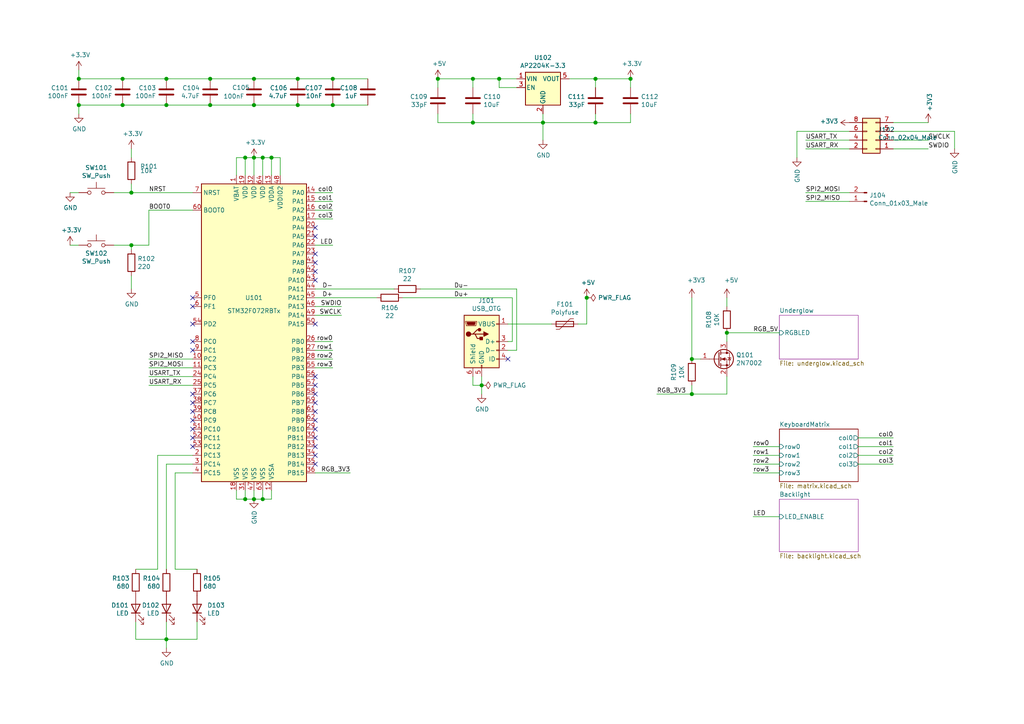
<source format=kicad_sch>
(kicad_sch (version 20211123) (generator eeschema)
  (paper "A4")
  (title_block (title "ValKey") (date "2018-03-18"))
  (lib_symbols
    (symbol "Connector:Conn_01x02_Male" (pin_names (offset 1.016) hide)
      (property "Reference" "J" (at 0 2.54 0))
      (property "Value" "Conn_01x02_Male" (at 0 -5.08 0))
      (symbol "Conn_01x02_Male_1_1"
        (polyline (pts (xy 1.27 -2.54) (xy 0.8636 -2.54)) (stroke (width 0.1524)))
        (polyline (pts (xy 1.27 0) (xy 0.8636 0)) (stroke (width 0.1524)))
        (rectangle (start 0.8636 -2.413) (end 0 -2.667) (stroke (width 0.1524)) (fill (type outline)))
        (rectangle (start 0.8636 0.127) (end 0 -0.127) (stroke (width 0.1524)) (fill (type outline)))
        (pin passive line (at 5.08 0 180) (length 3.81) (name "Pin_1") (number "1"))
        (pin passive line (at 5.08 -2.54 180) (length 3.81) (name "Pin_2") (number "2"))
      )
    )
    (symbol "Connector:USB_OTG" (pin_names (offset 1.016))
      (property "Reference" "J" (at -5.08 11.43 0))
      (property "Value" "USB_OTG" (at -5.08 8.89 0))
      (symbol "USB_OTG_0_1"
        (rectangle (start -5.08 -7.62) (end 5.08 7.62) (stroke (width 0.254)) (fill (type background)))
        (circle (center -3.81 2.159) (radius 0.635) (stroke (width 0.254)) (fill (type outline)))
        (circle (center -0.635 3.429) (radius 0.381) (stroke (width 0.254)) (fill (type outline)))
        (rectangle (start -0.127 -7.62) (end 0.127 -6.858))
        (polyline (pts (xy -1.905 2.159) (xy 0.635 2.159)) (stroke (width 0.254)))
        (polyline (pts (xy -3.175 2.159) (xy -2.54 2.159) (xy -1.27 3.429) (xy -0.635 3.429)) (stroke (width 0.254)))
        (polyline (pts (xy -2.54 2.159) (xy -1.905 2.159) (xy -1.27 0.889) (xy 0 0.889)) (stroke (width 0.254)))
        (polyline (pts (xy 0.635 2.794) (xy 0.635 1.524) (xy 1.905 2.159) (xy 0.635 2.794)) (stroke (width 0.254)) (fill (type outline)))
        (polyline (pts (xy -4.318 5.588) (xy -1.778 5.588) (xy -2.032 4.826) (xy -4.064 4.826) (xy -4.318 5.588)) (fill (type outline)))
        (polyline (pts (xy -4.699 5.842) (xy -4.699 5.588) (xy -4.445 4.826) (xy -4.445 4.572) (xy -1.651 4.572) (xy -1.651 4.826) (xy -1.397 5.588) (xy -1.397 5.842) (xy -4.699 5.842)))
        (rectangle (start 0.254 1.27) (end -0.508 0.508) (stroke (width 0.254)) (fill (type outline)))
        (rectangle (start 5.08 -5.207) (end 4.318 -4.953))
        (rectangle (start 5.08 -2.667) (end 4.318 -2.413))
        (rectangle (start 5.08 -0.127) (end 4.318 0.127))
        (rectangle (start 5.08 4.953) (end 4.318 5.207))
      )
      (symbol "USB_OTG_1_1"
        (pin passive line (at 7.62 5.08 180) (length 2.54) (name "VBUS") (number "1"))
        (pin bidirectional line (at 7.62 -2.54 180) (length 2.54) (name "D-") (number "2"))
        (pin bidirectional line (at 7.62 0 180) (length 2.54) (name "D+") (number "3"))
        (pin passive line (at 7.62 -5.08 180) (length 2.54) (name "ID") (number "4"))
        (pin passive line (at 0 -10.16 90) (length 2.54) (name "GND") (number "5"))
        (pin passive line (at -2.54 -10.16 90) (length 2.54) (name "Shield") (number "6"))
      )
    )
    (symbol "Connector_Generic:Conn_02x04_Odd_Even" (pin_names (offset 1.016) hide)
      (property "Reference" "J" (at 1.27 5.08 0))
      (property "Value" "Conn_02x04_Odd_Even" (at 1.27 -7.62 0))
      (symbol "Conn_02x04_Odd_Even_1_1"
        (rectangle (start -1.27 -4.953) (end 0 -5.207) (stroke (width 0.1524)))
        (rectangle (start -1.27 -2.413) (end 0 -2.667) (stroke (width 0.1524)))
        (rectangle (start -1.27 0.127) (end 0 -0.127) (stroke (width 0.1524)))
        (rectangle (start -1.27 2.667) (end 0 2.413) (stroke (width 0.1524)))
        (rectangle (start -1.27 3.81) (end 3.81 -6.35) (stroke (width 0.254)) (fill (type background)))
        (rectangle (start 3.81 -4.953) (end 2.54 -5.207) (stroke (width 0.1524)))
        (rectangle (start 3.81 -2.413) (end 2.54 -2.667) (stroke (width 0.1524)))
        (rectangle (start 3.81 0.127) (end 2.54 -0.127) (stroke (width 0.1524)))
        (rectangle (start 3.81 2.667) (end 2.54 2.413) (stroke (width 0.1524)))
        (pin passive line (at -5.08 2.54 0) (length 3.81) (name "Pin_1") (number "1"))
        (pin passive line (at 7.62 2.54 180) (length 3.81) (name "Pin_2") (number "2"))
        (pin passive line (at -5.08 0 0) (length 3.81) (name "Pin_3") (number "3"))
        (pin passive line (at 7.62 0 180) (length 3.81) (name "Pin_4") (number "4"))
        (pin passive line (at -5.08 -2.54 0) (length 3.81) (name "Pin_5") (number "5"))
        (pin passive line (at 7.62 -2.54 180) (length 3.81) (name "Pin_6") (number "6"))
        (pin passive line (at -5.08 -5.08 0) (length 3.81) (name "Pin_7") (number "7"))
        (pin passive line (at 7.62 -5.08 180) (length 3.81) (name "Pin_8") (number "8"))
      )
    )
    (symbol "Device:C" (pin_numbers hide) (pin_names (offset 0.254))
      (property "Reference" "C" (at 0.635 2.54 0))
      (property "Value" "C" (at 0.635 -2.54 0))
      (symbol "C_0_1"
        (polyline (pts (xy -2.032 -0.762) (xy 2.032 -0.762)) (stroke (width 0.508)))
        (polyline (pts (xy -2.032 0.762) (xy 2.032 0.762)) (stroke (width 0.508)))
      )
      (symbol "C_1_1"
        (pin passive line (at 0 3.81 270) (length 2.794) (name "~") (number "1"))
        (pin passive line (at 0 -3.81 90) (length 2.794) (name "~") (number "2"))
      )
    )
    (symbol "Device:LED" (pin_numbers hide) (pin_names (offset 1.016) hide)
      (property "Reference" "D" (at 0 2.54 0))
      (property "Value" "LED" (at 0 -2.54 0))
      (symbol "LED_0_1"
        (polyline (pts (xy -1.27 -1.27) (xy -1.27 1.27)) (stroke (width 0.254)))
        (polyline (pts (xy -1.27 0) (xy 1.27 0)))
        (polyline (pts (xy 1.27 -1.27) (xy 1.27 1.27) (xy -1.27 0) (xy 1.27 -1.27)) (stroke (width 0.254)))
        (polyline (pts (xy -3.048 -0.762) (xy -4.572 -2.286) (xy -3.81 -2.286) (xy -4.572 -2.286) (xy -4.572 -1.524)))
        (polyline (pts (xy -1.778 -0.762) (xy -3.302 -2.286) (xy -2.54 -2.286) (xy -3.302 -2.286) (xy -3.302 -1.524)))
      )
      (symbol "LED_1_1"
        (pin passive line (at -3.81 0 0) (length 2.54) (name "K") (number "1"))
        (pin passive line (at 3.81 0 180) (length 2.54) (name "A") (number "2"))
      )
    )
    (symbol "Device:Polyfuse" (pin_numbers hide) (pin_names (offset 0))
      (property "Reference" "F" (at -2.54 0 90))
      (property "Value" "Polyfuse" (at 2.54 0 90))
      (symbol "Polyfuse_0_1"
        (rectangle (start -0.762 2.54) (end 0.762 -2.54) (stroke (width 0.254)))
        (polyline (pts (xy 0 2.54) (xy 0 -2.54)))
        (polyline (pts (xy -1.524 2.54) (xy -1.524 1.524) (xy 1.524 -1.524) (xy 1.524 -2.54)))
      )
      (symbol "Polyfuse_1_1"
        (pin passive line (at 0 3.81 270) (length 1.27) (name "~") (number "1"))
        (pin passive line (at 0 -3.81 90) (length 1.27) (name "~") (number "2"))
      )
    )
    (symbol "Device:R" (pin_numbers hide) (pin_names (offset 0))
      (property "Reference" "R" (at 2.032 0 90))
      (property "Value" "R" (at 0 0 90))
      (symbol "R_0_1"
        (rectangle (start -1.016 -2.54) (end 1.016 2.54) (stroke (width 0.254)))
      )
      (symbol "R_1_1"
        (pin passive line (at 0 3.81 270) (length 1.27) (name "~") (number "1"))
        (pin passive line (at 0 -3.81 90) (length 1.27) (name "~") (number "2"))
      )
    )
    (symbol "MCU_ST_STM32F0:STM32F072RBTx"
      (property "Reference" "U" (at -15.24 44.45 0))
      (property "Value" "STM32F072RBTx" (at 10.16 44.45 0))
      (symbol "STM32F072RBTx_0_1"
        (rectangle (start -15.24 -43.18) (end 15.24 43.18) (stroke (width 0.254)) (fill (type background)))
      )
      (symbol "STM32F072RBTx_1_1"
        (pin power_in line (at -5.08 45.72 270) (length 2.54) (name "VBAT") (number "1"))
        (pin bidirectional line (at -17.78 -7.62 0) (length 2.54) (name "PC2") (number "10"))
        (pin bidirectional line (at -17.78 -10.16 0) (length 2.54) (name "PC3") (number "11"))
        (pin power_in line (at 5.08 -45.72 90) (length 2.54) (name "VSSA") (number "12"))
        (pin power_in line (at 5.08 45.72 270) (length 2.54) (name "VDDA") (number "13"))
        (pin bidirectional line (at 17.78 40.64 180) (length 2.54) (name "PA0") (number "14"))
        (pin bidirectional line (at 17.78 38.1 180) (length 2.54) (name "PA1") (number "15"))
        (pin bidirectional line (at 17.78 35.56 180) (length 2.54) (name "PA2") (number "16"))
        (pin bidirectional line (at 17.78 33.02 180) (length 2.54) (name "PA3") (number "17"))
        (pin power_in line (at -5.08 -45.72 90) (length 2.54) (name "VSS") (number "18"))
        (pin power_in line (at -2.54 45.72 270) (length 2.54) (name "VDD") (number "19"))
        (pin bidirectional line (at -17.78 -35.56 0) (length 2.54) (name "PC13") (number "2"))
        (pin bidirectional line (at 17.78 30.48 180) (length 2.54) (name "PA4") (number "20"))
        (pin bidirectional line (at 17.78 27.94 180) (length 2.54) (name "PA5") (number "21"))
        (pin bidirectional line (at 17.78 25.4 180) (length 2.54) (name "PA6") (number "22"))
        (pin bidirectional line (at 17.78 22.86 180) (length 2.54) (name "PA7") (number "23"))
        (pin bidirectional line (at -17.78 -12.7 0) (length 2.54) (name "PC4") (number "24"))
        (pin bidirectional line (at -17.78 -15.24 0) (length 2.54) (name "PC5") (number "25"))
        (pin bidirectional line (at 17.78 -2.54 180) (length 2.54) (name "PB0") (number "26"))
        (pin bidirectional line (at 17.78 -5.08 180) (length 2.54) (name "PB1") (number "27"))
        (pin bidirectional line (at 17.78 -7.62 180) (length 2.54) (name "PB2") (number "28"))
        (pin bidirectional line (at 17.78 -27.94 180) (length 2.54) (name "PB10") (number "29"))
        (pin bidirectional line (at -17.78 -38.1 0) (length 2.54) (name "PC14") (number "3"))
        (pin bidirectional line (at 17.78 -30.48 180) (length 2.54) (name "PB11") (number "30"))
        (pin power_in line (at -2.54 -45.72 90) (length 2.54) (name "VSS") (number "31"))
        (pin power_in line (at 0 45.72 270) (length 2.54) (name "VDD") (number "32"))
        (pin bidirectional line (at 17.78 -33.02 180) (length 2.54) (name "PB12") (number "33"))
        (pin bidirectional line (at 17.78 -35.56 180) (length 2.54) (name "PB13") (number "34"))
        (pin bidirectional line (at 17.78 -38.1 180) (length 2.54) (name "PB14") (number "35"))
        (pin bidirectional line (at 17.78 -40.64 180) (length 2.54) (name "PB15") (number "36"))
        (pin bidirectional line (at -17.78 -17.78 0) (length 2.54) (name "PC6") (number "37"))
        (pin bidirectional line (at -17.78 -20.32 0) (length 2.54) (name "PC7") (number "38"))
        (pin bidirectional line (at -17.78 -22.86 0) (length 2.54) (name "PC8") (number "39"))
        (pin bidirectional line (at -17.78 -40.64 0) (length 2.54) (name "PC15") (number "4"))
        (pin bidirectional line (at -17.78 -25.4 0) (length 2.54) (name "PC9") (number "40"))
        (pin bidirectional line (at 17.78 20.32 180) (length 2.54) (name "PA8") (number "41"))
        (pin bidirectional line (at 17.78 17.78 180) (length 2.54) (name "PA9") (number "42"))
        (pin bidirectional line (at 17.78 15.24 180) (length 2.54) (name "PA10") (number "43"))
        (pin bidirectional line (at 17.78 12.7 180) (length 2.54) (name "PA11") (number "44"))
        (pin bidirectional line (at 17.78 10.16 180) (length 2.54) (name "PA12") (number "45"))
        (pin bidirectional line (at 17.78 7.62 180) (length 2.54) (name "PA13") (number "46"))
        (pin power_in line (at 0 -45.72 90) (length 2.54) (name "VSS") (number "47"))
        (pin power_in line (at 7.62 45.72 270) (length 2.54) (name "VDDIO2") (number "48"))
        (pin bidirectional line (at 17.78 5.08 180) (length 2.54) (name "PA14") (number "49"))
        (pin input line (at -17.78 10.16 0) (length 2.54) (name "PF0") (number "5"))
        (pin bidirectional line (at 17.78 2.54 180) (length 2.54) (name "PA15") (number "50"))
        (pin bidirectional line (at -17.78 -27.94 0) (length 2.54) (name "PC10") (number "51"))
        (pin bidirectional line (at -17.78 -30.48 0) (length 2.54) (name "PC11") (number "52"))
        (pin bidirectional line (at -17.78 -33.02 0) (length 2.54) (name "PC12") (number "53"))
        (pin bidirectional line (at -17.78 2.54 0) (length 2.54) (name "PD2") (number "54"))
        (pin bidirectional line (at 17.78 -10.16 180) (length 2.54) (name "PB3") (number "55"))
        (pin bidirectional line (at 17.78 -12.7 180) (length 2.54) (name "PB4") (number "56"))
        (pin bidirectional line (at 17.78 -15.24 180) (length 2.54) (name "PB5") (number "57"))
        (pin bidirectional line (at 17.78 -17.78 180) (length 2.54) (name "PB6") (number "58"))
        (pin bidirectional line (at 17.78 -20.32 180) (length 2.54) (name "PB7") (number "59"))
        (pin input line (at -17.78 7.62 0) (length 2.54) (name "PF1") (number "6"))
        (pin input line (at -17.78 35.56 0) (length 2.54) (name "BOOT0") (number "60"))
        (pin bidirectional line (at 17.78 -22.86 180) (length 2.54) (name "PB8") (number "61"))
        (pin bidirectional line (at 17.78 -25.4 180) (length 2.54) (name "PB9") (number "62"))
        (pin power_in line (at 2.54 -45.72 90) (length 2.54) (name "VSS") (number "63"))
        (pin power_in line (at 2.54 45.72 270) (length 2.54) (name "VDD") (number "64"))
        (pin input line (at -17.78 40.64 0) (length 2.54) (name "NRST") (number "7"))
        (pin bidirectional line (at -17.78 -2.54 0) (length 2.54) (name "PC0") (number "8"))
        (pin bidirectional line (at -17.78 -5.08 0) (length 2.54) (name "PC1") (number "9"))
      )
    )
    (symbol "Regulator_Linear:AP2204K-3.3" (pin_names (offset 0.254))
      (property "Reference" "U" (at -5.08 5.715 0))
      (property "Value" "AP2204K-3.3" (at 0 5.715 0))
      (symbol "AP2204K-3.3_0_1"
        (rectangle (start -5.08 4.445) (end 5.08 -5.08) (stroke (width 0.254)) (fill (type background)))
      )
      (symbol "AP2204K-3.3_1_1"
        (pin power_in line (at -7.62 2.54 0) (length 2.54) (name "VIN") (number "1"))
        (pin power_in line (at 0 -7.62 90) (length 2.54) (name "GND") (number "2"))
        (pin input line (at -7.62 0 0) (length 2.54) (name "EN") (number "3"))
        (pin no_connect line (at 5.08 0 180) (length 2.54) hide (name "NC") (number "4"))
        (pin power_out line (at 7.62 2.54 180) (length 2.54) (name "VOUT") (number "5"))
      )
    )
    (symbol "Switch:SW_Push" (pin_numbers hide) (pin_names (offset 1.016) hide)
      (property "Reference" "SW" (at 1.27 2.54 0))
      (property "Value" "SW_Push" (at 0 -1.524 0))
      (symbol "SW_Push_0_1"
        (circle (center -2.032 0) (radius 0.508))
        (polyline (pts (xy 0 1.27) (xy 0 3.048)))
        (polyline (pts (xy 2.54 1.27) (xy -2.54 1.27)))
        (circle (center 2.032 0) (radius 0.508))
        (pin passive line (at -5.08 0 0) (length 2.54) (name "1") (number "1"))
        (pin passive line (at 5.08 0 180) (length 2.54) (name "2") (number "2"))
      )
    )
    (symbol "Transistor_FET:2N7002" (pin_names hide)
      (property "Reference" "Q" (at 5.08 1.905 0))
      (property "Value" "2N7002" (at 5.08 0 0))
      (symbol "2N7002_0_1"
        (polyline (pts (xy 0.254 0) (xy -2.54 0)))
        (polyline (pts (xy 0.254 1.905) (xy 0.254 -1.905)) (stroke (width 0.254)))
        (polyline (pts (xy 0.762 -1.27) (xy 0.762 -2.286)) (stroke (width 0.254)))
        (polyline (pts (xy 0.762 0.508) (xy 0.762 -0.508)) (stroke (width 0.254)))
        (polyline (pts (xy 0.762 2.286) (xy 0.762 1.27)) (stroke (width 0.254)))
        (polyline (pts (xy 2.54 2.54) (xy 2.54 1.778)))
        (polyline (pts (xy 2.54 -2.54) (xy 2.54 0) (xy 0.762 0)))
        (polyline (pts (xy 0.762 -1.778) (xy 3.302 -1.778) (xy 3.302 1.778) (xy 0.762 1.778)))
        (polyline (pts (xy 1.016 0) (xy 2.032 0.381) (xy 2.032 -0.381) (xy 1.016 0)) (fill (type outline)))
        (polyline (pts (xy 2.794 0.508) (xy 2.921 0.381) (xy 3.683 0.381) (xy 3.81 0.254)))
        (polyline (pts (xy 3.302 0.381) (xy 2.921 -0.254) (xy 3.683 -0.254) (xy 3.302 0.381)))
        (circle (center 1.651 0) (radius 2.794) (stroke (width 0.254)))
        (circle (center 2.54 -1.778) (radius 0.254) (fill (type outline)))
        (circle (center 2.54 1.778) (radius 0.254) (fill (type outline)))
      )
      (symbol "2N7002_1_1"
        (pin input line (at -5.08 0 0) (length 2.54) (name "G") (number "1"))
        (pin passive line (at 2.54 -5.08 90) (length 2.54) (name "S") (number "2"))
        (pin passive line (at 2.54 5.08 270) (length 2.54) (name "D") (number "3"))
      )
    )
    (symbol "power:+3.3V" (power) (pin_names (offset 0))
      (property "Value" "+3.3V" (at 0 3.556 0))
      (symbol "+3.3V_0_1"
        (polyline (pts (xy -0.762 1.27) (xy 0 2.54)))
        (polyline (pts (xy 0 0) (xy 0 2.54)))
        (polyline (pts (xy 0 2.54) (xy 0.762 1.27)))
      )
      (symbol "+3.3V_1_1"
        (pin power_in line (at 0 0 90) (length 0) hide (name "+3.3V") (number "1"))
      )
    )
    (symbol "power:+3V3" (power) (pin_names (offset 0))
      (property "Value" "+3V3" (at 0 3.556 0))
      (symbol "+3V3_0_1"
        (polyline (pts (xy -0.762 1.27) (xy 0 2.54)))
        (polyline (pts (xy 0 0) (xy 0 2.54)))
        (polyline (pts (xy 0 2.54) (xy 0.762 1.27)))
      )
      (symbol "+3V3_1_1"
        (pin power_in line (at 0 0 90) (length 0) hide (name "+3V3") (number "1"))
      )
    )
    (symbol "power:+5V" (power) (pin_names (offset 0))
      (property "Value" "+5V" (at 0 3.556 0))
      (symbol "+5V_0_1"
        (polyline (pts (xy -0.762 1.27) (xy 0 2.54)))
        (polyline (pts (xy 0 0) (xy 0 2.54)))
        (polyline (pts (xy 0 2.54) (xy 0.762 1.27)))
      )
      (symbol "+5V_1_1"
        (pin power_in line (at 0 0 90) (length 0) hide (name "+5V") (number "1"))
      )
    )
    (symbol "power:GND" (power) (pin_names (offset 0))
      (property "Value" "GND" (at 0 -3.81 0))
      (symbol "GND_0_1"
        (polyline (pts (xy 0 0) (xy 0 -1.27) (xy 1.27 -1.27) (xy 0 -2.54) (xy -1.27 -1.27) (xy 0 -1.27)))
      )
      (symbol "GND_1_1"
        (pin power_in line (at 0 0 270) (length 0) hide (name "GND") (number "1"))
      )
    )
    (symbol "power:PWR_FLAG" (power) (pin_numbers hide) (pin_names (offset 0) hide)
      (property "Value" "PWR_FLAG" (at 0 3.81 0))
      (symbol "PWR_FLAG_0_0"
        (pin power_out line (at 0 0 90) (length 0) (name "pwr") (number "1"))
      )
      (symbol "PWR_FLAG_0_1"
        (polyline (pts (xy 0 0) (xy 0 1.27) (xy -1.016 1.905) (xy 0 2.54) (xy 1.016 1.905) (xy 0 1.27)))
      )
    )
  )
  (junction (at 157.48 35.56) (diameter 1.016))
  (junction (at 137.16 35.56) (diameter 1.016))
  (junction (at 22.86 22.86) (diameter 1.016))
  (junction (at 38.1 55.88) (diameter 1.016))
  (junction (at 170.18 86.36) (diameter 1.016))
  (junction (at 38.1 71.12) (diameter 1.016))
  (junction (at 96.52 30.48) (diameter 1.016))
  (junction (at 35.56 30.48) (diameter 1.016))
  (junction (at 73.66 45.72) (diameter 1.016))
  (junction (at 96.52 22.86) (diameter 1.016))
  (junction (at 71.12 144.78) (diameter 1.016))
  (junction (at 86.36 30.48) (diameter 1.016))
  (junction (at 76.2 45.72) (diameter 1.016))
  (junction (at 200.66 114.3) (diameter 1.016))
  (junction (at 48.26 22.86) (diameter 1.016))
  (junction (at 127 22.86) (diameter 1.016))
  (junction (at 73.66 22.86) (diameter 1.016))
  (junction (at 48.26 30.48) (diameter 1.016))
  (junction (at 73.66 144.78) (diameter 1.016))
  (junction (at 144.78 22.86) (diameter 1.016))
  (junction (at 172.72 35.56) (diameter 1.016))
  (junction (at 86.36 22.86) (diameter 1.016))
  (junction (at 210.82 96.52) (diameter 1.016))
  (junction (at 182.88 22.86) (diameter 1.016))
  (junction (at 22.86 30.48) (diameter 1.016))
  (junction (at 137.16 22.86) (diameter 1.016))
  (junction (at 48.26 185.42) (diameter 1.016))
  (junction (at 172.72 22.86) (diameter 1.016))
  (junction (at 73.66 30.48) (diameter 1.016))
  (junction (at 60.96 30.48) (diameter 1.016))
  (junction (at 78.74 45.72) (diameter 1.016))
  (junction (at 71.12 45.72) (diameter 1.016))
  (junction (at 200.66 104.14) (diameter 1.016))
  (junction (at 60.96 22.86) (diameter 1.016))
  (junction (at 76.2 144.78) (diameter 1.016))
  (junction (at 35.56 22.86) (diameter 1.016))
  (junction (at 139.7 111.76) (diameter 1.016))
  (no_connect (at 55.88 88.9))
  (no_connect (at 91.44 132.08))
  (no_connect (at 55.88 119.38))
  (no_connect (at 55.88 116.84))
  (no_connect (at 91.44 73.66))
  (no_connect (at 55.88 114.3))
  (no_connect (at 91.44 68.58))
  (no_connect (at 91.44 134.62))
  (no_connect (at 55.88 99.06))
  (no_connect (at 91.44 78.74))
  (no_connect (at 91.44 76.2))
  (no_connect (at 91.44 129.54))
  (no_connect (at 91.44 121.92))
  (no_connect (at 55.88 86.36))
  (no_connect (at 91.44 109.22))
  (no_connect (at 55.88 129.54))
  (no_connect (at 91.44 127))
  (no_connect (at 91.44 119.38))
  (no_connect (at 91.44 81.28))
  (no_connect (at 91.44 93.98))
  (no_connect (at 55.88 93.98))
  (no_connect (at 55.88 124.46))
  (no_connect (at 55.88 127))
  (no_connect (at 91.44 114.3))
  (no_connect (at 91.44 124.46))
  (no_connect (at 55.88 121.92))
  (no_connect (at 147.32 104.14))
  (no_connect (at 55.88 101.6))
  (no_connect (at 91.44 111.76))
  (no_connect (at 91.44 116.84))
  (no_connect (at 91.44 66.04))
  (wire (pts (xy 86.36 22.86) (xy 96.52 22.86)))
  (wire (pts (xy 60.96 30.48) (xy 73.66 30.48)))
  (wire (pts (xy 50.8 165.1) (xy 57.15 165.1)))
  (wire (pts (xy 127 35.56) (xy 127 33.02)))
  (wire (pts (xy 149.86 101.6) (xy 147.32 101.6)))
  (wire (pts (xy 71.12 45.72) (xy 68.58 45.72)))
  (wire (pts (xy 71.12 142.24) (xy 71.12 144.78)))
  (wire (pts (xy 33.02 71.12) (xy 38.1 71.12)))
  (wire (pts (xy 144.78 25.4) (xy 144.78 22.86)))
  (wire (pts (xy 78.74 45.72) (xy 78.74 50.8)))
  (wire (pts (xy 91.44 71.12) (xy 96.52 71.12)))
  (wire (pts (xy 76.2 142.24) (xy 76.2 144.78)))
  (wire (pts (xy 248.92 132.08) (xy 259.08 132.08)))
  (wire (pts (xy 210.82 96.52) (xy 226.06 96.52)))
  (wire (pts (xy 200.66 111.76) (xy 200.66 114.3)))
  (wire (pts (xy 48.26 30.48) (xy 60.96 30.48)))
  (wire (pts (xy 73.66 22.86) (xy 86.36 22.86)))
  (wire (pts (xy 172.72 22.86) (xy 182.88 22.86)))
  (wire (pts (xy 157.48 35.56) (xy 157.48 40.64)))
  (wire (pts (xy 50.8 137.16) (xy 50.8 165.1)))
  (wire (pts (xy 33.02 55.88) (xy 38.1 55.88)))
  (wire (pts (xy 22.86 22.86) (xy 35.56 22.86)))
  (wire (pts (xy 38.1 43.18) (xy 38.1 45.72)))
  (wire (pts (xy 210.82 96.52) (xy 210.82 99.06)))
  (wire (pts (xy 73.66 30.48) (xy 86.36 30.48)))
  (wire (pts (xy 157.48 33.02) (xy 157.48 35.56)))
  (wire (pts (xy 246.38 58.42) (xy 233.68 58.42)))
  (wire (pts (xy 116.84 86.36) (xy 148.59 86.36)))
  (wire (pts (xy 248.92 129.54) (xy 259.08 129.54)))
  (wire (pts (xy 172.72 35.56) (xy 182.88 35.56)))
  (wire (pts (xy 170.18 93.98) (xy 167.64 93.98)))
  (wire (pts (xy 68.58 45.72) (xy 68.58 50.8)))
  (wire (pts (xy 149.86 25.4) (xy 144.78 25.4)))
  (wire (pts (xy 137.16 35.56) (xy 137.16 33.02)))
  (wire (pts (xy 38.1 55.88) (xy 55.88 55.88)))
  (wire (pts (xy 157.48 35.56) (xy 137.16 35.56)))
  (wire (pts (xy 55.88 106.68) (xy 43.18 106.68)))
  (wire (pts (xy 91.44 83.82) (xy 114.3 83.82)))
  (wire (pts (xy 210.82 114.3) (xy 210.82 109.22)))
  (wire (pts (xy 137.16 109.22) (xy 137.16 111.76)))
  (wire (pts (xy 86.36 30.48) (xy 96.52 30.48)))
  (wire (pts (xy 39.37 185.42) (xy 48.26 185.42)))
  (wire (pts (xy 68.58 144.78) (xy 68.58 142.24)))
  (wire (pts (xy 172.72 33.02) (xy 172.72 35.56)))
  (wire (pts (xy 182.88 35.56) (xy 182.88 33.02)))
  (wire (pts (xy 45.72 132.08) (xy 45.72 165.1)))
  (wire (pts (xy 248.92 127) (xy 259.08 127)))
  (wire (pts (xy 22.86 20.32) (xy 22.86 22.86)))
  (wire (pts (xy 218.44 149.86) (xy 226.06 149.86)))
  (wire (pts (xy 276.86 38.1) (xy 276.86 43.18)))
  (wire (pts (xy 246.38 38.1) (xy 231.14 38.1)))
  (wire (pts (xy 71.12 45.72) (xy 71.12 50.8)))
  (wire (pts (xy 157.48 35.56) (xy 172.72 35.56)))
  (wire (pts (xy 91.44 63.5) (xy 96.52 63.5)))
  (wire (pts (xy 259.08 35.56) (xy 269.24 35.56)))
  (wire (pts (xy 218.44 132.08) (xy 226.06 132.08)))
  (wire (pts (xy 48.26 185.42) (xy 57.15 185.42)))
  (wire (pts (xy 246.38 40.64) (xy 233.68 40.64)))
  (wire (pts (xy 39.37 180.34) (xy 39.37 185.42)))
  (wire (pts (xy 22.86 30.48) (xy 22.86 33.02)))
  (wire (pts (xy 203.2 104.14) (xy 200.66 104.14)))
  (wire (pts (xy 55.88 134.62) (xy 48.26 134.62)))
  (wire (pts (xy 50.8 137.16) (xy 55.88 137.16)))
  (wire (pts (xy 55.88 60.96) (xy 43.18 60.96)))
  (wire (pts (xy 200.66 86.36) (xy 200.66 104.14)))
  (wire (pts (xy 248.92 134.62) (xy 259.08 134.62)))
  (wire (pts (xy 76.2 45.72) (xy 76.2 50.8)))
  (wire (pts (xy 48.26 22.86) (xy 60.96 22.86)))
  (wire (pts (xy 91.44 86.36) (xy 109.22 86.36)))
  (wire (pts (xy 246.38 55.88) (xy 233.68 55.88)))
  (wire (pts (xy 139.7 109.22) (xy 139.7 111.76)))
  (wire (pts (xy 170.18 86.36) (xy 170.18 93.98)))
  (wire (pts (xy 91.44 55.88) (xy 96.52 55.88)))
  (wire (pts (xy 231.14 38.1) (xy 231.14 45.72)))
  (wire (pts (xy 78.74 45.72) (xy 81.28 45.72)))
  (wire (pts (xy 91.44 99.06) (xy 96.52 99.06)))
  (wire (pts (xy 148.59 86.36) (xy 148.59 99.06)))
  (wire (pts (xy 91.44 137.16) (xy 101.6 137.16)))
  (wire (pts (xy 73.66 45.72) (xy 76.2 45.72)))
  (wire (pts (xy 148.59 99.06) (xy 147.32 99.06)))
  (wire (pts (xy 137.16 22.86) (xy 144.78 22.86)))
  (wire (pts (xy 121.92 83.82) (xy 149.86 83.82)))
  (wire (pts (xy 218.44 129.54) (xy 226.06 129.54)))
  (wire (pts (xy 91.44 101.6) (xy 96.52 101.6)))
  (wire (pts (xy 190.5 114.3) (xy 200.66 114.3)))
  (wire (pts (xy 38.1 53.34) (xy 38.1 55.88)))
  (wire (pts (xy 22.86 30.48) (xy 35.56 30.48)))
  (wire (pts (xy 73.66 144.78) (xy 76.2 144.78)))
  (wire (pts (xy 71.12 144.78) (xy 73.66 144.78)))
  (wire (pts (xy 55.88 109.22) (xy 43.18 109.22)))
  (wire (pts (xy 210.82 86.36) (xy 210.82 88.9)))
  (wire (pts (xy 20.32 55.88) (xy 22.86 55.88)))
  (wire (pts (xy 96.52 22.86) (xy 106.68 22.86)))
  (wire (pts (xy 218.44 134.62) (xy 226.06 134.62)))
  (wire (pts (xy 91.44 60.96) (xy 96.52 60.96)))
  (wire (pts (xy 259.08 43.18) (xy 269.24 43.18)))
  (wire (pts (xy 39.37 165.1) (xy 45.72 165.1)))
  (wire (pts (xy 165.1 22.86) (xy 172.72 22.86)))
  (wire (pts (xy 137.16 111.76) (xy 139.7 111.76)))
  (wire (pts (xy 43.18 60.96) (xy 43.18 71.12)))
  (wire (pts (xy 200.66 114.3) (xy 210.82 114.3)))
  (wire (pts (xy 38.1 71.12) (xy 43.18 71.12)))
  (wire (pts (xy 91.44 88.9) (xy 99.06 88.9)))
  (wire (pts (xy 144.78 22.86) (xy 149.86 22.86)))
  (wire (pts (xy 127 22.86) (xy 137.16 22.86)))
  (wire (pts (xy 57.15 180.34) (xy 57.15 185.42)))
  (wire (pts (xy 48.26 185.42) (xy 48.26 187.96)))
  (wire (pts (xy 73.66 45.72) (xy 71.12 45.72)))
  (wire (pts (xy 48.26 134.62) (xy 48.26 165.1)))
  (wire (pts (xy 91.44 106.68) (xy 96.52 106.68)))
  (wire (pts (xy 172.72 22.86) (xy 172.72 25.4)))
  (wire (pts (xy 35.56 22.86) (xy 48.26 22.86)))
  (wire (pts (xy 81.28 45.72) (xy 81.28 50.8)))
  (wire (pts (xy 20.32 71.12) (xy 22.86 71.12)))
  (wire (pts (xy 76.2 144.78) (xy 78.74 144.78)))
  (wire (pts (xy 35.56 30.48) (xy 48.26 30.48)))
  (wire (pts (xy 91.44 104.14) (xy 96.52 104.14)))
  (wire (pts (xy 246.38 43.18) (xy 233.68 43.18)))
  (wire (pts (xy 76.2 45.72) (xy 78.74 45.72)))
  (wire (pts (xy 55.88 111.76) (xy 43.18 111.76)))
  (wire (pts (xy 60.96 22.86) (xy 73.66 22.86)))
  (wire (pts (xy 71.12 144.78) (xy 68.58 144.78)))
  (wire (pts (xy 73.66 142.24) (xy 73.66 144.78)))
  (wire (pts (xy 149.86 83.82) (xy 149.86 101.6)))
  (wire (pts (xy 38.1 80.01) (xy 38.1 83.82)))
  (wire (pts (xy 48.26 180.34) (xy 48.26 185.42)))
  (wire (pts (xy 127 35.56) (xy 137.16 35.56)))
  (wire (pts (xy 127 22.86) (xy 127 25.4)))
  (wire (pts (xy 78.74 142.24) (xy 78.74 144.78)))
  (wire (pts (xy 182.88 22.86) (xy 182.88 25.4)))
  (wire (pts (xy 91.44 58.42) (xy 96.52 58.42)))
  (wire (pts (xy 137.16 25.4) (xy 137.16 22.86)))
  (wire (pts (xy 259.08 40.64) (xy 269.24 40.64)))
  (wire (pts (xy 38.1 71.12) (xy 38.1 72.39)))
  (wire (pts (xy 139.7 111.76) (xy 139.7 114.3)))
  (wire (pts (xy 73.66 45.72) (xy 73.66 50.8)))
  (wire (pts (xy 147.32 93.98) (xy 160.02 93.98)))
  (wire (pts (xy 259.08 38.1) (xy 276.86 38.1)))
  (wire (pts (xy 91.44 91.44) (xy 99.06 91.44)))
  (wire (pts (xy 45.72 132.08) (xy 55.88 132.08)))
  (wire (pts (xy 96.52 30.48) (xy 106.68 30.48)))
  (wire (pts (xy 55.88 104.14) (xy 43.18 104.14)))
  (wire (pts (xy 218.44 137.16) (xy 226.06 137.16)))
  (label "SWCLK" (at 99.06 91.44 180))
  (label "SPI2_MISO" (at 233.68 58.42 0))
  (label "LED" (at 96.52 71.12 180))
  (label "row0" (at 218.44 129.54 0))
  (label "RGB_5V" (at 218.44 96.52 0))
  (label "row0" (at 96.52 99.06 180))
  (label "SPI2_MOSI" (at 43.18 106.68 0))
  (label "RGB_3V3" (at 101.6 137.16 180))
  (label "SWCLK" (at 269.24 40.64 0))
  (label "col1" (at 259.08 129.54 180))
  (label "Du+" (at 135.89 86.36 180))
  (label "col2" (at 96.52 60.96 180))
  (label "USART_RX" (at 43.18 111.76 0))
  (label "USART_TX" (at 43.18 109.22 0))
  (label "D-" (at 96.52 83.82 180))
  (label "row1" (at 218.44 132.08 0))
  (label "D+" (at 96.52 86.36 180))
  (label "BOOT0" (at 43.18 60.96 0))
  (label "col3" (at 259.08 134.62 180))
  (label "USART_RX" (at 233.68 43.18 0))
  (label "SWDIO" (at 269.24 43.18 0))
  (label "row3" (at 96.52 106.68 180))
  (label "SWDIO" (at 99.06 88.9 180))
  (label "row2" (at 96.52 104.14 180))
  (label "row3" (at 218.44 137.16 0))
  (label "NRST" (at 43.18 55.88 0))
  (label "SPI2_MISO" (at 43.18 104.14 0))
  (label "SPI2_MOSI" (at 233.68 55.88 0))
  (label "LED" (at 218.44 149.86 0))
  (label "RGB_3V3" (at 190.5 114.3 0))
  (label "col1" (at 96.52 58.42 180))
  (label "row2" (at 218.44 134.62 0))
  (label "Du-" (at 135.89 83.82 180))
  (label "USART_TX" (at 233.68 40.64 0))
  (label "row1" (at 96.52 101.6 180))
  (label "col3" (at 96.52 63.5 180))
  (label "col0" (at 96.52 55.88 180))
  (label "col0" (at 259.08 127 180))
  (label "col2" (at 259.08 132.08 180))
  (symbol (lib_id "power:+3.3V") (at 73.66 45.72 0) (unit 1)
    (property "Reference" "#PWR0108" (effects hide))
    (property "Value" "+3.3V" (at 74.041 41.3258 0))
  )
  (symbol (lib_id "power:GND") (at 73.66 144.78 0) (unit 1)
    (property "Reference" "#PWR0109" (effects hide))
    (property "Value" "GND" (at 73.787 148.0312 90) (effects (justify right)))
  )
  (symbol (lib_id "MCU_ST_STM32F0:STM32F072RBTx") (at 73.66 96.52 0) (unit 1)
    (property "Reference" "U101" (at 73.66 86.36 0))
    (property "Value" "STM32F072RBTx" (at 73.66 90.17 0))
    (property "Footprint" "Package_QFP:LQFP-64_10x10mm_P0.5mm" (effects hide))
    (property "Datasheet" "http://www.st.com/st-web-ui/static/active/en/resource/technical/document/datasheet/DM00090510.pdf" (effects hide))
  )
  (symbol (lib_id "power:+3V3") (at 269.24 35.56 0) (unit 1)
    (property "Reference" "#PWR0117" (effects hide))
    (property "Value" "+3V3" (at 269.621 32.3088 90) (effects (justify left)))
  )
  (symbol (lib_id "Switch:SW_Push") (at 27.94 71.12 0) (unit 1)
    (property "Reference" "SW102" (at 27.94 73.4822 0))
    (property "Value" "SW_Push" (at 27.94 75.794 0))
    (property "Footprint" "Button_Switch_SMD:SW_SPST_SKQG_WithStem" (effects hide))
  )
  (symbol (lib_id "Device:R") (at 38.1 76.2 0) (unit 1)
    (property "Reference" "R102" (at 39.878 75.0316 0) (effects (justify left)))
    (property "Value" "220" (at 39.878 77.343 0) (effects (justify left)))
    (property "Footprint" "Resistor_SMD:R_0603_1608Metric_Pad0.98x0.95mm_HandSolder" (effects hide))
  )
  (symbol (lib_id "Device:C") (at 137.16 29.21 0) (unit 1)
    (property "Reference" "C110" (at 140.1572 28.0416 0) (effects (justify left)))
    (property "Value" "10uF" (at 140.1572 30.353 0) (effects (justify left)))
    (property "Footprint" "Capacitor_SMD:C_0603_1608Metric_Pad1.08x0.95mm_HandSolder" (effects hide))
  )
  (symbol (lib_id "Device:C") (at 127 29.21 0) (unit 1)
    (property "Reference" "C109" (at 124.0282 28.0416 0) (effects (justify right)))
    (property "Value" "33pF" (at 124.0282 30.353 0) (effects (justify right)))
    (property "Footprint" "Capacitor_SMD:C_0603_1608Metric_Pad1.08x0.95mm_HandSolder" (effects hide))
  )
  (symbol (lib_id "power:+5V") (at 127 22.86 0) (unit 1)
    (property "Reference" "#PWR0110" (effects hide))
    (property "Value" "+5V" (at 127.381 18.4658 0))
  )
  (symbol (lib_id "Device:C") (at 172.72 29.21 0) (unit 1)
    (property "Reference" "C111" (at 169.7482 28.0416 0) (effects (justify right)))
    (property "Value" "33pF" (at 169.7482 30.353 0) (effects (justify right)))
    (property "Footprint" "Capacitor_SMD:C_0603_1608Metric_Pad1.08x0.95mm_HandSolder" (effects hide))
  )
  (symbol (lib_id "Device:C") (at 182.88 29.21 0) (unit 1)
    (property "Reference" "C112" (at 185.8772 28.0416 0) (effects (justify left)))
    (property "Value" "10uF" (at 185.8772 30.353 0) (effects (justify left)))
    (property "Footprint" "Capacitor_SMD:C_0603_1608Metric_Pad1.08x0.95mm_HandSolder" (effects hide))
  )
  (symbol (lib_id "power:+3.3V") (at 182.88 22.86 0) (unit 1)
    (property "Reference" "#PWR0114" (effects hide))
    (property "Value" "+3.3V" (at 183.261 18.4658 0))
  )
  (symbol (lib_id "power:GND") (at 38.1 83.82 0) (unit 1)
    (property "Reference" "#PWR0106" (effects hide))
    (property "Value" "GND" (at 38.227 88.2142 0))
  )
  (symbol (lib_id "power:GND") (at 157.48 40.64 0) (unit 1)
    (property "Reference" "#PWR0112" (effects hide))
    (property "Value" "GND" (at 157.607 45.0342 0))
  )
  (symbol (lib_id "power:+5V") (at 170.18 86.36 0) (unit 1)
    (property "Reference" "#PWR0113" (effects hide))
    (property "Value" "+5V" (at 170.561 81.9658 0))
  )
  (symbol (lib_id "power:+3.3V") (at 22.86 20.32 0) (unit 1)
    (property "Reference" "#PWR0103" (effects hide))
    (property "Value" "+3.3V" (at 23.241 15.9258 0))
  )
  (symbol (lib_id "power:GND") (at 231.14 45.72 0) (unit 1)
    (property "Reference" "#PWR0116" (effects hide))
    (property "Value" "GND" (at 231.267 48.9712 90) (effects (justify right)))
  )
  (symbol (lib_id "Switch:SW_Push") (at 27.94 55.88 0) (unit 1)
    (property "Reference" "SW101" (at 27.94 48.641 0))
    (property "Value" "SW_Push" (at 27.94 50.9524 0))
    (property "Footprint" "Button_Switch_SMD:SW_SPST_SKQG_WithStem" (effects hide))
  )
  (symbol (lib_id "Regulator_Linear:AP2204K-3.3") (at 157.48 25.4 0) (unit 1)
    (property "Reference" "U102" (at 157.48 16.7132 0))
    (property "Value" "AP2204K-3.3" (at 157.48 19.0246 0))
    (property "Footprint" "Package_TO_SOT_SMD:SOT-23-5" (effects hide))
    (property "Datasheet" "https://www.diodes.com/assets/Datasheets/AP2204.pdf" (effects hide))
  )
  (symbol (lib_id "power:PWR_FLAG") (at 139.7 111.76 270) (unit 1)
    (property "Reference" "#FLG0101" (effects hide))
    (property "Value" "PWR_FLAG" (at 142.9512 111.76 90) (effects (justify left)))
  )
  (symbol (lib_id "Device:R") (at 113.03 86.36 90) (unit 1)
    (property "Reference" "R106" (at 113.03 89.281 90))
    (property "Value" "22" (at 113.03 91.5924 90))
    (property "Footprint" "Resistor_SMD:R_0603_1608Metric_Pad0.98x0.95mm_HandSolder" (effects hide))
    (property "Datasheet" "RMCF0603JT22R0CT-ND" (effects hide))
  )
  (symbol (lib_id "Device:R") (at 118.11 83.82 90) (unit 1)
    (property "Reference" "R107" (at 118.11 78.5622 90))
    (property "Value" "22" (at 118.11 80.8736 90))
    (property "Footprint" "Resistor_SMD:R_0603_1608Metric_Pad0.98x0.95mm_HandSolder" (effects hide))
    (property "Datasheet" "RMCF0603JT22R0CT-ND" (effects hide))
  )
  (symbol (lib_id "Connector_Generic:Conn_02x04_Odd_Even") (at 254 40.64 180) (unit 1)
    (property "Reference" "J102" (at 254.6858 37.592 0) (effects (justify right)))
    (property "Value" "Conn_02x04_Male" (at 254.6858 39.9034 0) (effects (justify right)))
    (property "Footprint" "Connector_PinHeader_2.54mm:PinHeader_2x04_P2.54mm_Vertical" (effects hide))
  )
  (symbol (lib_id "power:GND") (at 276.86 43.18 0) (unit 1)
    (property "Reference" "#PWR0115" (effects hide))
    (property "Value" "GND" (at 276.987 46.4312 90) (effects (justify right)))
  )
  (symbol (lib_id "power:+3V3") (at 246.38 35.56 90) (unit 1)
    (property "Reference" "#PWR0118" (effects hide))
    (property "Value" "+3V3" (at 243.1288 35.179 90) (effects (justify left)))
  )
  (symbol (lib_id "Device:R") (at 39.37 168.91 0) (mirror y) (unit 1)
    (property "Reference" "R103" (at 37.6174 167.7416 0) (effects (justify left)))
    (property "Value" "680" (at 37.6174 170.053 0) (effects (justify left)))
    (property "Footprint" "Resistor_SMD:R_0603_1608Metric_Pad0.98x0.95mm_HandSolder" (effects hide))
  )
  (symbol (lib_id "Device:LED") (at 39.37 176.53 90) (unit 1)
    (property "Reference" "D101" (at 37.3634 175.5648 90) (effects (justify left)))
    (property "Value" "LED" (at 37.3634 177.8762 90) (effects (justify left)))
    (property "Footprint" "LED_SMD:LED_1206_3216Metric_Castellated" (effects hide))
    (property "Datasheet" "https://datasheet.lcsc.com/szlcsc/Hongli-Zhihui-HONGLITRONIC-HL-PC-3216H233W-6000-7000K_C219234.pdf" (effects hide))
    (property "PartNr" "C219234" (effects hide))
  )
  (symbol (lib_id "Device:R") (at 48.26 168.91 0) (unit 1)
    (property "Reference" "R104" (at 46.5074 167.7416 0) (effects (justify right)))
    (property "Value" "680" (at 46.5074 170.053 0) (effects (justify right)))
    (property "Footprint" "Resistor_SMD:R_0603_1608Metric_Pad0.98x0.95mm_HandSolder" (effects hide))
  )
  (symbol (lib_id "Device:LED") (at 48.26 176.53 90) (unit 1)
    (property "Reference" "D102" (at 46.2534 175.5648 90) (effects (justify left)))
    (property "Value" "LED" (at 46.2534 177.8762 90) (effects (justify left)))
    (property "Footprint" "LED_SMD:LED_1206_3216Metric_Castellated" (effects hide))
    (property "Datasheet" "https://datasheet.lcsc.com/szlcsc/Hongli-Zhihui-HONGLITRONIC-HL-PC-3216H233W-6000-7000K_C219234.pdf" (effects hide))
    (property "PartNr" "C219234" (effects hide))
  )
  (symbol (lib_id "Connector:Conn_01x02_Male") (at 251.46 58.42 180) (unit 1)
    (property "Reference" "J104" (at 252.1458 56.642 0) (effects (justify right)))
    (property "Value" "Conn_01x03_Male" (at 252.1458 58.9534 0) (effects (justify right)))
    (property "Footprint" "Connector_PinHeader_2.54mm:PinHeader_1x02_P2.54mm_Vertical" (effects hide))
  )
  (symbol (lib_id "Device:R") (at 57.15 168.91 0) (unit 1)
    (property "Reference" "R105" (at 58.928 167.7416 0) (effects (justify left)))
    (property "Value" "680" (at 58.928 170.053 0) (effects (justify left)))
    (property "Footprint" "Resistor_SMD:R_0603_1608Metric_Pad0.98x0.95mm_HandSolder" (effects hide))
  )
  (symbol (lib_id "Device:LED") (at 57.15 176.53 90) (unit 1)
    (property "Reference" "D103" (at 60.1218 175.5648 90) (effects (justify right)))
    (property "Value" "LED" (at 60.1218 177.8762 90) (effects (justify right)))
    (property "Footprint" "LED_SMD:LED_1206_3216Metric_Castellated" (effects hide))
    (property "Datasheet" "https://datasheet.lcsc.com/szlcsc/Hongli-Zhihui-HONGLITRONIC-HL-PC-3216H233W-6000-7000K_C219234.pdf" (effects hide))
    (property "PartNr" "C219234" (effects hide))
  )
  (symbol (lib_id "power:GND") (at 22.86 33.02 0) (unit 1)
    (property "Reference" "#PWR0104" (effects hide))
    (property "Value" "GND" (at 22.987 37.4142 0))
  )
  (symbol (lib_id "Device:C") (at 22.86 26.67 0) (unit 1)
    (property "Reference" "C101" (at 19.8882 25.5016 0) (effects (justify right)))
    (property "Value" "100nF" (at 19.8882 27.813 0) (effects (justify right)))
    (property "Footprint" "Capacitor_SMD:C_0603_1608Metric_Pad1.08x0.95mm_HandSolder" (effects hide))
  )
  (symbol (lib_id "Device:C") (at 35.56 26.67 0) (unit 1)
    (property "Reference" "C102" (at 32.5882 25.5016 0) (effects (justify right)))
    (property "Value" "100nF" (at 32.5882 27.813 0) (effects (justify right)))
    (property "Footprint" "Capacitor_SMD:C_0603_1608Metric_Pad1.08x0.95mm_HandSolder" (effects hide))
  )
  (symbol (lib_id "Device:C") (at 48.26 26.67 0) (unit 1)
    (property "Reference" "C103" (at 45.2882 25.5016 0) (effects (justify right)))
    (property "Value" "100nF" (at 45.2882 27.813 0) (effects (justify right)))
    (property "Footprint" "Capacitor_SMD:C_0603_1608Metric_Pad1.08x0.95mm_HandSolder" (effects hide))
  )
  (symbol (lib_id "Device:C") (at 60.96 26.67 0) (unit 1)
    (property "Reference" "C104" (at 57.9882 25.5016 0) (effects (justify right)))
    (property "Value" "4.7uF" (at 57.9882 27.813 0) (effects (justify right)))
    (property "Footprint" "Capacitor_SMD:C_0603_1608Metric_Pad1.08x0.95mm_HandSolder" (effects hide))
  )
  (symbol (lib_id "Device:C") (at 73.66 26.67 0) (unit 1)
    (property "Reference" "C105" (at 67.31 25.4 0) (effects (justify left)))
    (property "Value" "100nF" (at 64.77 27.94 0) (effects (justify left)))
    (property "Footprint" "Capacitor_SMD:C_0603_1608Metric_Pad1.08x0.95mm_HandSolder" (effects hide))
  )
  (symbol (lib_id "Connector:USB_OTG") (at 139.7 99.06 0) (unit 1)
    (property "Reference" "J101" (at 141.097 87.1982 0))
    (property "Value" "USB_OTG" (at 141.097 89.5096 0))
    (property "Footprint" "personal-footprints:USB_Micro_B_Female_BI0001715" (effects hide))
    (property "Datasheet" " ~" (effects hide))
  )
  (symbol (lib_id "power:PWR_FLAG") (at 170.18 86.36 270) (unit 1)
    (property "Reference" "#FLG0102" (effects hide))
    (property "Value" "PWR_FLAG" (at 173.4312 86.36 90) (effects (justify left)))
  )
  (symbol (lib_id "power:GND") (at 139.7 114.3 0) (unit 1)
    (property "Reference" "#PWR0111" (effects hide))
    (property "Value" "GND" (at 139.827 118.6942 0))
  )
  (symbol (lib_id "power:GND") (at 48.26 187.96 0) (unit 1)
    (property "Reference" "#PWR0107" (effects hide))
    (property "Value" "GND" (at 48.387 192.3542 0))
  )
  (symbol (lib_id "power:GND") (at 20.32 55.88 0) (unit 1)
    (property "Reference" "#PWR0101" (effects hide))
    (property "Value" "GND" (at 20.447 60.2742 0))
  )
  (symbol (lib_id "Transistor_FET:2N7002") (at 208.28 104.14 0) (unit 1)
    (property "Reference" "Q101" (at 213.487 102.9716 0) (effects (justify left)))
    (property "Value" "2N7002" (at 213.487 105.283 0) (effects (justify left)))
    (property "Footprint" "Package_TO_SOT_SMD:SOT-23" (effects hide))
    (property "Datasheet" "https://www.onsemi.com/pub/Collateral/NDS7002A-D.PDF" (effects hide))
    (property "PartNr" "C8545" (effects hide))
  )
  (symbol (lib_id "Device:R") (at 210.82 92.71 180) (unit 1)
    (property "Reference" "R108" (at 205.5622 92.71 90))
    (property "Value" "10K" (at 207.8736 92.71 90))
    (property "Footprint" "Resistor_SMD:R_0603_1608Metric_Pad0.98x0.95mm_HandSolder" (effects hide))
    (property "Datasheet" "RMCF0603JT22R0CT-ND" (effects hide))
  )
  (symbol (lib_id "Device:C") (at 86.36 26.67 0) (unit 1)
    (property "Reference" "C106" (at 83.3882 25.5016 0) (effects (justify right)))
    (property "Value" "4.7uF" (at 83.3882 27.813 0) (effects (justify right)))
    (property "Footprint" "Capacitor_SMD:C_0603_1608Metric_Pad1.08x0.95mm_HandSolder" (effects hide))
  )
  (symbol (lib_id "power:+3V3") (at 200.66 86.36 0) (unit 1)
    (property "Reference" "#PWR0121" (effects hide))
    (property "Value" "+3V3" (at 201.93 81.28 0))
  )
  (symbol (lib_id "power:+3.3V") (at 38.1 43.18 0) (unit 1)
    (property "Reference" "#PWR0105" (effects hide))
    (property "Value" "+3.3V" (at 38.481 38.7858 0))
  )
  (symbol (lib_id "Device:R") (at 200.66 107.95 180) (unit 1)
    (property "Reference" "R109" (at 195.4022 107.95 90))
    (property "Value" "10K" (at 197.7136 107.95 90))
    (property "Footprint" "Resistor_SMD:R_0603_1608Metric_Pad0.98x0.95mm_HandSolder" (effects hide))
    (property "Datasheet" "RMCF0603JT22R0CT-ND" (effects hide))
  )
  (symbol (lib_id "power:+5V") (at 210.82 86.36 0) (unit 1)
    (property "Reference" "#PWR0122" (effects hide))
    (property "Value" "+5V" (at 212.09 81.28 0))
  )
  (symbol (lib_id "Device:R") (at 38.1 49.53 0) (unit 1)
    (property "Reference" "R101" (at 40.64 48.26 0) (effects (justify left)))
    (property "Value" "10k" (at 40.64 49.53 0) (effects (justify left)))
    (property "Footprint" "Resistor_SMD:R_0603_1608Metric_Pad0.98x0.95mm_HandSolder" (effects hide))
  )
  (symbol (lib_id "Device:C") (at 96.52 26.67 0) (unit 1)
    (property "Reference" "C107" (at 93.5482 25.5016 0) (effects (justify right)))
    (property "Value" "10nF" (at 93.5482 27.813 0) (effects (justify right)))
    (property "Footprint" "Capacitor_SMD:C_0603_1608Metric_Pad1.08x0.95mm_HandSolder" (effects hide))
  )
  (symbol (lib_id "Device:C") (at 106.68 26.67 0) (unit 1)
    (property "Reference" "C108" (at 103.7082 25.5016 0) (effects (justify right)))
    (property "Value" "1uF" (at 103.7082 27.813 0) (effects (justify right)))
    (property "Footprint" "Capacitor_SMD:C_0603_1608Metric_Pad1.08x0.95mm_HandSolder" (effects hide))
  )
  (symbol (lib_id "Device:Polyfuse") (at 163.83 93.98 270) (unit 1)
    (property "Reference" "F101" (at 163.83 88.265 90))
    (property "Value" "Polyfuse" (at 163.83 90.5764 90))
    (property "Footprint" "Resistor_SMD:R_0603_1608Metric" (effects hide))
    (property "Datasheet" "https://datasheet.lcsc.com/szlcsc/TLC-Electronic-TLC-PSMD050_C261942.pdf" (effects hide))
    (property "PartNr" "C261942" (effects hide))
  )
  (symbol (lib_id "power:+3.3V") (at 20.32 71.12 0) (unit 1)
    (property "Reference" "#PWR0102" (effects hide))
    (property "Value" "+3.3V" (at 20.701 66.7258 0))
  )
  (sheet (at 226.06 124.46) (size 22.86 15.24)
    (property "Sheet name" "KeyboardMatrix" (at 226.06 123.8245 0) (effects (justify left bottom)))
    (property "Sheet file" "matrix.kicad_sch" (at 226.06 140.2085 0) (effects (justify left top)))
    (pin "col0" output (at 248.92 127 0))
    (pin "col1" output (at 248.92 129.54 0))
    (pin "row0" input (at 226.06 129.54 180))
    (pin "row2" input (at 226.06 134.62 180))
    (pin "col2" output (at 248.92 132.08 0))
    (pin "row1" input (at 226.06 132.08 180))
    (pin "row3" input (at 226.06 137.16 180))
    (pin "col3" output (at 248.92 134.62 0))
  )
  (sheet (at 226.06 91.44) (size 22.86 12.7) (stroke (width 0.001) (color 132 0 132 1)) (fill (color 255 255 255 0.0000))
    (property "Sheet name" "Underglow" (at 226.06 90.8041 0) (effects (justify left bottom)))
    (property "Sheet file" "underglow.kicad_sch" (at 226.06 104.6489 0) (effects (justify left top)))
    (pin "RGBLED" input (at 226.06 96.52 180))
  )
  (sheet (at 226.06 144.78) (size 22.86 15.24) (stroke (width 0.001) (color 132 0 132 1)) (fill (color 255 255 255 0.0000))
    (property "Sheet name" "Backlight" (at 226.06 144.1441 0) (effects (justify left bottom)))
    (property "Sheet file" "backlight.kicad_sch" (at 226.06 160.5289 0) (effects (justify left top)))
    (pin "LED_ENABLE" input (at 226.06 149.86 180))
  )
)
</source>
